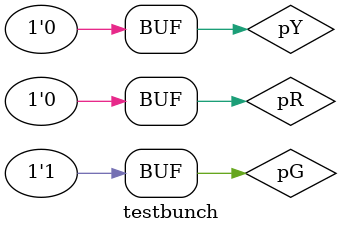
<source format=v>


`timescale 1ns/1ns

//module testbunch;
//reg pA,pB,pC;
//wire pY;
//Verilog1 u1(pA,pB,pC,pY);
//initial
    //begin
        //pA=0;pB=0;pC=0;
        //#5 pA=1;
        //#5 pB=0;
        //#10 pC=0;
        //#5 pA=0;
        //#10 pB=1;
        //#10 pC=1;
    //end
//initial
//$monitor("time=%t,a%b,b=%b,c=%b,out=%b",$time,pA,pB,pC,pY);
//endmodule

//module testbunch;
//reg pA,pB,pC;
//wire pY;
//Verilog0 u1(pA,pB,pC,pY);
//initial
    //begin
        //pA=0;pB=0;pC=0;
        //#20 pA=1;
        //#5 pB=1;
        //#5 pA=0;
        //#5 pC=1;
        //#5 pA=1;
        //#10 pB=0;
        //#5 pA=0;
        //
    //end
//initial
//$monitor("time=%t,a%b,b=%b,c=%b,out=%b",$time,pA,pB,pC,pY);
//endmodule


//module testbunch;
//reg pA,pB,pC;
//wire pY;
//Verilog1 u1(pA,pB,pC,pY);
//initial
    //begin
        //pA=0;pB=0;pC=0;
        //#20 pA=1;
        //#5 pB=1;
        //#5 pA=0;
        //#5 pC=1;
        //#5 pA=1;
        //#10 pB=0;
        //#5 pA=0;
        //
    //end
//initial
//$monitor("time=%t,a%b,b=%b,c=%b,out=%b",$time,pA,pB,pC,pY);
//endmodule


module testbunch;
reg pR,pY,pG;
wire pZ;
Verilog2 u1(pR,pY,pG,pZ);
initial
    begin
        pR=0;pY=0;pG=0;
        #20 pR=1;
        #5 pY=1;
        #5 pR=0;
        #5 pG=1;
        #5 pR=1;
        #10 pY=0;
        #5 pR=0;
        
    end
initial
$monitor("time=%t,a%b,b=%b,c=%b,out=%b",$time,pR,pY,pG,pZ);
endmodule



</source>
